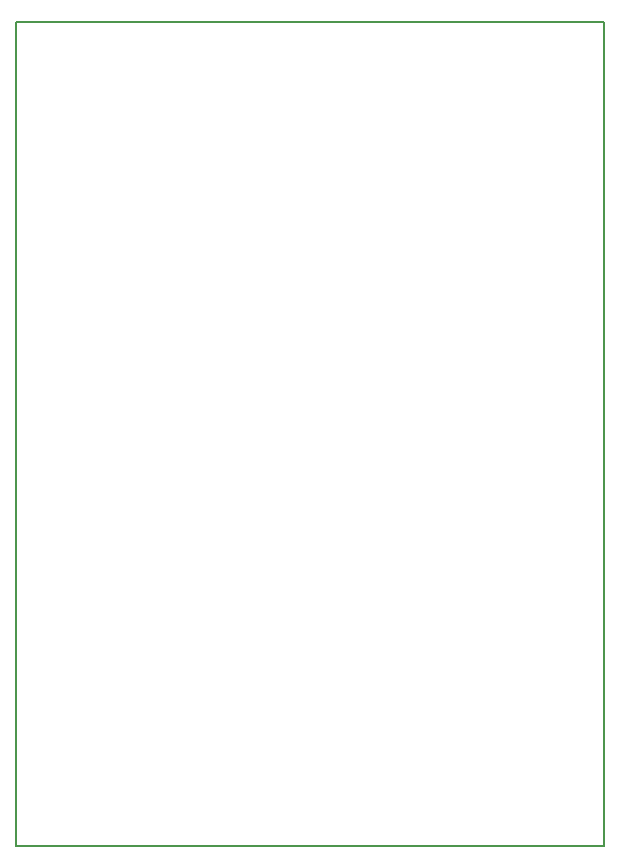
<source format=gm1>
G04 MADE WITH FRITZING*
G04 WWW.FRITZING.ORG*
G04 DOUBLE SIDED*
G04 HOLES PLATED*
G04 CONTOUR ON CENTER OF CONTOUR VECTOR*
%ASAXBY*%
%FSLAX23Y23*%
%MOIN*%
%OFA0B0*%
%SFA1.0B1.0*%
%ADD10R,1.968500X2.755910*%
%ADD11C,0.008000*%
%ADD10C,0.008*%
%LNCONTOUR*%
G90*
G70*
G54D10*
G54D11*
X4Y2752D02*
X1965Y2752D01*
X1965Y4D01*
X4Y4D01*
X4Y2752D01*
D02*
G04 End of contour*
M02*
</source>
